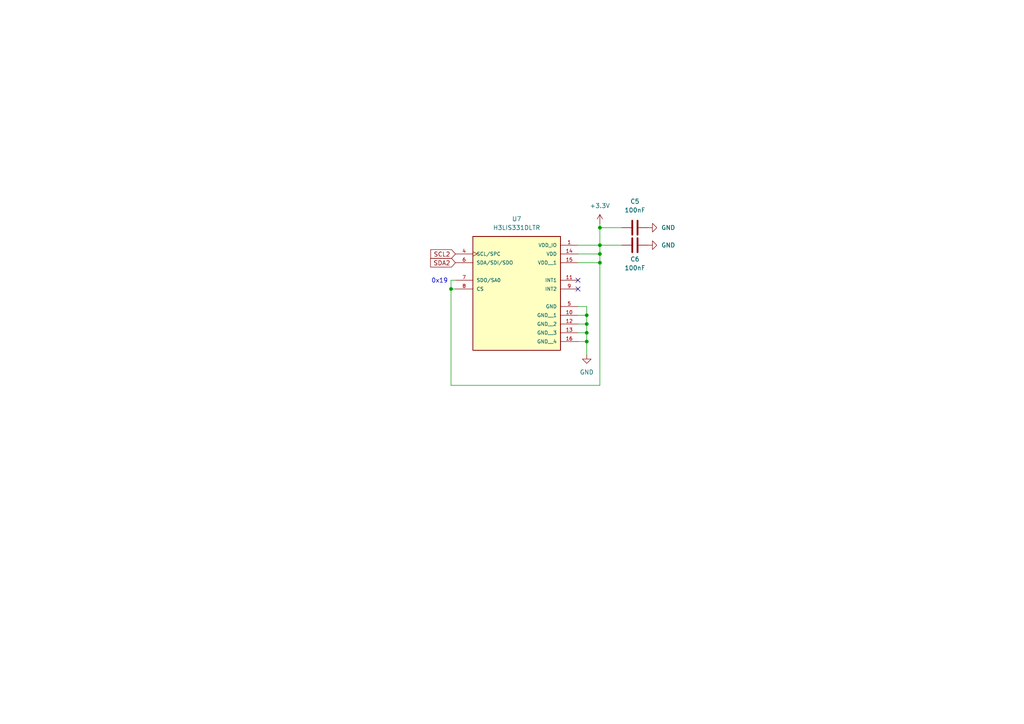
<source format=kicad_sch>
(kicad_sch (version 20250114) (generator "eeschema") (generator_version "9.0")
  (paper "A4")
  (lib_symbols
    (symbol "Device:C" (pin_numbers (hide yes)) (pin_names (offset 0.254))
      (property "Reference" "C" (at 0.635 2.54 0))
      (property "Value" "C" (at 0.635 -2.54 0))
      (symbol "C_0_1"
        (polyline (pts (xy -2.032 0.762) (xy 2.032 0.762)) (stroke (width 0.508)))
        (polyline (pts (xy -2.032 -0.762) (xy 2.032 -0.762)) (stroke (width 0.508)))
      )
      (symbol "C_1_1"
        (pin passive line (at 0 3.81 270) (length 2.794) (name "~") (number "1"))
        (pin passive line (at 0 -3.81 90) (length 2.794) (name "~") (number "2"))
      )
    )
    (symbol "SRAD_AVIONICS:H3LIS331DLTR" (pin_names (offset 1.016))
      (property "Reference" "U" (at -12.7151 10.8079 0))
      (property "Value" "H3LIS331DLTR" (at -12.7274 -25.4274 0))
      (symbol "H3LIS331DLTR_0_0"
        (rectangle (start -12.7 -22.86) (end 12.7 10.16) (stroke (width 0.254)) (fill (type background)))
        (pin input clock (at -17.78 5.08 0) (length 5.08) (name "SCL/SPC") (number "4"))
        (pin bidirectional line (at -17.78 2.54 0) (length 5.08) (name "SDA/SDI/SDO") (number "6"))
        (pin bidirectional line (at -17.78 -2.54 0) (length 5.08) (name "SDO/SA0") (number "7"))
        (pin input line (at -17.78 -5.08 0) (length 5.08) (name "CS") (number "8"))
        (pin power_in line (at 17.78 7.62 180) (length 5.08) (name "VDD_IO") (number "1"))
        (pin power_in line (at 17.78 5.08 180) (length 5.08) (name "VDD") (number "14"))
        (pin power_in line (at 17.78 2.54 180) (length 5.08) (name "VDD__1") (number "15"))
        (pin output line (at 17.78 -2.54 180) (length 5.08) (name "INT1") (number "11"))
        (pin output line (at 17.78 -5.08 180) (length 5.08) (name "INT2") (number "9"))
        (pin power_in line (at 17.78 -10.16 180) (length 5.08) (name "GND") (number "5"))
        (pin power_in line (at 17.78 -12.7 180) (length 5.08) (name "GND__1") (number "10"))
        (pin power_in line (at 17.78 -15.24 180) (length 5.08) (name "GND__2") (number "12"))
        (pin power_in line (at 17.78 -17.78 180) (length 5.08) (name "GND__3") (number "13"))
        (pin power_in line (at 17.78 -20.32 180) (length 5.08) (name "GND__4") (number "16"))
      )
    )
    (symbol "power:+3.3V" (power) (pin_numbers (hide yes)) (pin_names (offset 0) (hide yes))
      (property "Value" "+3.3V" (at 0 3.556 0))
      (symbol "+3.3V_0_1"
        (polyline (pts (xy -0.762 1.27) (xy 0 2.54)))
        (polyline (pts (xy 0 2.54) (xy 0.762 1.27)))
        (polyline (pts (xy 0 0) (xy 0 2.54)))
      )
      (symbol "+3.3V_1_1"
        (pin power_in line (at 0 0 90) (length 0) (name "~") (number "1"))
      )
    )
    (symbol "power:GND" (power) (pin_numbers (hide yes)) (pin_names (offset 0) (hide yes))
      (property "Value" "GND" (at 0 -3.81 0))
      (symbol "GND_0_1"
        (polyline (pts (xy 0 0) (xy 0 -1.27) (xy 1.27 -1.27) (xy 0 -2.54) (xy -1.27 -1.27) (xy 0 -1.27)))
      )
      (symbol "GND_1_1"
        (pin power_in line (at 0 0 270) (length 0) (name "~") (number "1"))
      )
    )
  )
  (text "0x19" (at 127.508 81.534 0) (effects (font (size 1.27 1.27))))
  (junction (at 170.18 96.52))
  (junction (at 173.99 71.12))
  (junction (at 173.99 66.04))
  (junction (at 173.99 73.66))
  (junction (at 170.18 93.98))
  (junction (at 173.99 76.2))
  (junction (at 170.18 99.06))
  (junction (at 170.18 91.44))
  (junction (at 130.81 83.82))
  (no_connect (at 167.64 83.82))
  (no_connect (at 167.64 81.28))
  (wire (pts (xy 167.64 76.2) (xy 173.99 76.2)))
  (wire (pts (xy 170.18 96.52) (xy 170.18 99.06)))
  (wire (pts (xy 132.08 81.28) (xy 130.81 81.28)))
  (wire (pts (xy 173.99 73.66) (xy 173.99 76.2)))
  (wire (pts (xy 167.64 71.12) (xy 173.99 71.12)))
  (wire (pts (xy 130.81 111.76) (xy 130.81 83.82)))
  (wire (pts (xy 170.18 102.87) (xy 170.18 99.06)))
  (wire (pts (xy 170.18 91.44) (xy 167.64 91.44)))
  (wire (pts (xy 173.99 66.04) (xy 173.99 71.12)))
  (wire (pts (xy 170.18 93.98) (xy 167.64 93.98)))
  (wire (pts (xy 130.81 83.82) (xy 132.08 83.82)))
  (wire (pts (xy 130.81 81.28) (xy 130.81 83.82)))
  (wire (pts (xy 167.64 73.66) (xy 173.99 73.66)))
  (wire (pts (xy 173.99 71.12) (xy 180.34 71.12)))
  (wire (pts (xy 170.18 88.9) (xy 167.64 88.9)))
  (wire (pts (xy 170.18 91.44) (xy 170.18 93.98)))
  (wire (pts (xy 173.99 66.04) (xy 180.34 66.04)))
  (wire (pts (xy 173.99 71.12) (xy 173.99 73.66)))
  (wire (pts (xy 173.99 111.76) (xy 130.81 111.76)))
  (wire (pts (xy 170.18 96.52) (xy 167.64 96.52)))
  (wire (pts (xy 170.18 93.98) (xy 170.18 96.52)))
  (wire (pts (xy 170.18 99.06) (xy 167.64 99.06)))
  (wire (pts (xy 170.18 88.9) (xy 170.18 91.44)))
  (wire (pts (xy 173.99 64.77) (xy 173.99 66.04)))
  (wire (pts (xy 173.99 76.2) (xy 173.99 111.76)))
  (global_label "SDA2" (shape input) (at 132.08 76.2 180) (property "Intersheetrefs" "${INTERSHEET_REFS}" (effects (hide yes))))
  (global_label "SCL2" (shape input) (at 132.08 73.66 180) (property "Intersheetrefs" "${INTERSHEET_REFS}" (effects (hide yes))))
  (symbol (lib_id "SRAD_AVIONICS:H3LIS331DLTR") (at 149.86 78.74 0) (unit 1)
    (property "Reference" "U7" (at 149.86 63.5 0))
    (property "Value" "H3LIS331DLTR" (at 149.86 66.04 0))
    (property "Footprint" "H3LIS331DLTR:QFN300X300X100-16N" (effects (hide yes)))
    (property "PRICE" "$6.93 USD" (effects (hide yes)))
    (property "MF" "STMicroelectronics" (effects (hide yes)))
    (property "MP" "H3LIS331DLTR" (effects (hide yes)))
    (property "AVAILABILITY" "Good" (effects (hide yes)))
    (property "PACKAGE" "QFN300X300X100-16N" (effects (hide yes)))
  )
  (symbol (lib_id "power:GND") (at 187.96 71.12 90) (unit 1)
    (property "Reference" "#PWR022" (effects (hide yes)))
    (property "Value" "GND" (at 191.77 71.1199 90) (effects (justify right)))
    (property "Description" "Power symbol creates a global label with name \"GND\" , ground" (effects (hide yes)))
  )
  (symbol (lib_id "power:GND") (at 170.18 102.87 0) (unit 1)
    (property "Reference" "#PWR019" (effects (hide yes)))
    (property "Value" "GND" (at 170.18 107.95 0))
    (property "Description" "Power symbol creates a global label with name \"GND\" , ground" (effects (hide yes)))
  )
  (symbol (lib_id "power:GND") (at 187.96 66.04 90) (unit 1)
    (property "Reference" "#PWR021" (effects (hide yes)))
    (property "Value" "GND" (at 191.77 66.0399 90) (effects (justify right)))
    (property "Description" "Power symbol creates a global label with name \"GND\" , ground" (effects (hide yes)))
  )
  (symbol (lib_id "Device:C") (at 184.15 66.04 270) (unit 1)
    (property "Reference" "C5" (at 184.15 58.42 90))
    (property "Value" "100nF" (at 184.15 60.96 90))
    (property "Description" "Unpolarized capacitor" (effects (hide yes)))
  )
  (symbol (lib_id "Device:C") (at 184.15 71.12 90) (unit 1)
    (property "Reference" "C6" (at 184.15 75.184 90))
    (property "Value" "100nF" (at 184.15 77.724 90))
    (property "Description" "Unpolarized capacitor" (effects (hide yes)))
  )
  (symbol (lib_id "power:+3.3V") (at 173.99 64.77 0) (unit 1)
    (property "Reference" "#PWR020" (effects (hide yes)))
    (property "Value" "+3.3V" (at 173.99 59.69 0))
    (property "Description" "Power symbol creates a global label with name \"+3.3V\"" (effects (hide yes)))
  )
)
</source>
